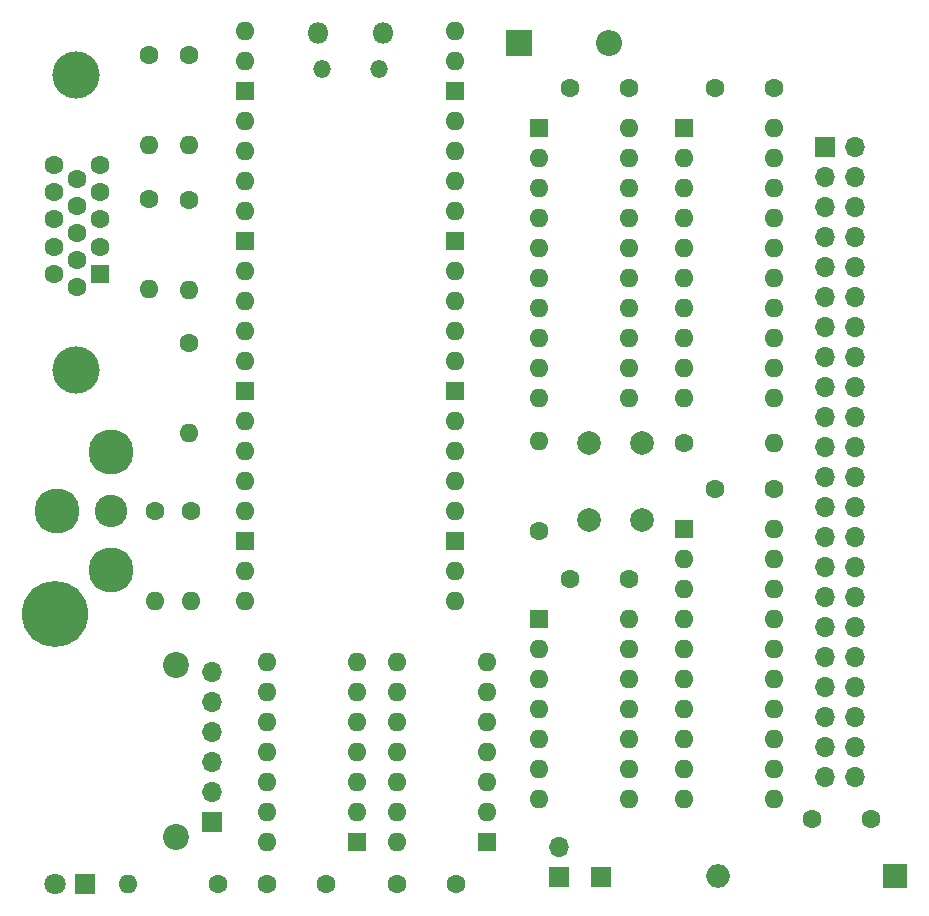
<source format=gbr>
%TF.GenerationSoftware,KiCad,Pcbnew,7.0.11*%
%TF.CreationDate,2025-07-10T10:55:19+02:00*%
%TF.ProjectId,kim-1-programmable-memory,6b696d2d-312d-4707-926f-6772616d6d61,rev?*%
%TF.SameCoordinates,Original*%
%TF.FileFunction,Soldermask,Bot*%
%TF.FilePolarity,Negative*%
%FSLAX46Y46*%
G04 Gerber Fmt 4.6, Leading zero omitted, Abs format (unit mm)*
G04 Created by KiCad (PCBNEW 7.0.11) date 2025-07-10 10:55:19*
%MOMM*%
%LPD*%
G01*
G04 APERTURE LIST*
%ADD10R,1.800000X1.800000*%
%ADD11C,1.800000*%
%ADD12C,1.600000*%
%ADD13O,1.600000X1.600000*%
%ADD14C,2.200000*%
%ADD15R,1.700000X1.700000*%
%ADD16O,1.700000X1.700000*%
%ADD17O,1.800000X1.800000*%
%ADD18O,1.500000X1.500000*%
%ADD19R,1.600000X1.600000*%
%ADD20C,2.754000*%
%ADD21C,3.820000*%
%ADD22C,5.600000*%
%ADD23C,2.000000*%
%ADD24C,4.000000*%
%ADD25R,2.200000X2.200000*%
%ADD26O,2.200000X2.200000*%
%ADD27R,2.000000X2.000000*%
%ADD28O,2.000000X2.000000*%
G04 APERTURE END LIST*
D10*
%TO.C,D1*%
X78050000Y-142250000D03*
D11*
X75510000Y-142250000D03*
%TD*%
D12*
%TO.C,R1*%
X89310000Y-142250000D03*
D13*
X81690000Y-142250000D03*
%TD*%
D14*
%TO.C,J4*%
X85775000Y-138340000D03*
X85775000Y-123740000D03*
D15*
X88775000Y-137040000D03*
D16*
X88775000Y-134500000D03*
X88775000Y-131960000D03*
X88775000Y-129420000D03*
X88775000Y-126880000D03*
X88775000Y-124340000D03*
%TD*%
D17*
%TO.C,U7*%
X97815000Y-70220000D03*
D18*
X98115000Y-73250000D03*
X102965000Y-73250000D03*
D17*
X103265000Y-70220000D03*
D13*
X91650000Y-70090000D03*
X91650000Y-72630000D03*
D19*
X91650000Y-75170000D03*
D13*
X91650000Y-77710000D03*
X91650000Y-80250000D03*
X91650000Y-82790000D03*
X91650000Y-85330000D03*
D19*
X91650000Y-87870000D03*
D13*
X91650000Y-90410000D03*
X91650000Y-92950000D03*
X91650000Y-95490000D03*
X91650000Y-98030000D03*
D19*
X91650000Y-100570000D03*
D13*
X91650000Y-103110000D03*
X91650000Y-105650000D03*
X91650000Y-108190000D03*
X91650000Y-110730000D03*
D19*
X91650000Y-113270000D03*
D13*
X91650000Y-115810000D03*
X91650000Y-118350000D03*
X109430000Y-118350000D03*
X109430000Y-115810000D03*
D19*
X109430000Y-113270000D03*
D13*
X109430000Y-110730000D03*
X109430000Y-108190000D03*
X109430000Y-105650000D03*
X109430000Y-103110000D03*
D19*
X109430000Y-100570000D03*
D13*
X109430000Y-98030000D03*
X109430000Y-95490000D03*
X109430000Y-92950000D03*
X109430000Y-90410000D03*
D19*
X109430000Y-87870000D03*
D13*
X109430000Y-85330000D03*
X109430000Y-82790000D03*
X109430000Y-80250000D03*
X109430000Y-77710000D03*
D19*
X109430000Y-75170000D03*
D13*
X109430000Y-72630000D03*
X109430000Y-70090000D03*
%TD*%
D12*
%TO.C,C3*%
X119130000Y-74910000D03*
X124130000Y-74910000D03*
%TD*%
D15*
%TO.C,J6*%
X121790000Y-141700000D03*
%TD*%
D20*
%TO.C,J5*%
X80230000Y-110730000D03*
D21*
X75730000Y-110730000D03*
X80230000Y-105730000D03*
X80230000Y-115730000D03*
%TD*%
D12*
%TO.C,R3*%
X116510000Y-112400000D03*
D13*
X116510000Y-104780000D03*
%TD*%
D19*
%TO.C,U5*%
X112090000Y-138760000D03*
D13*
X112090000Y-136220000D03*
X112090000Y-133680000D03*
X112090000Y-131140000D03*
X112090000Y-128600000D03*
X112090000Y-126060000D03*
X112090000Y-123520000D03*
X104470000Y-123520000D03*
X104470000Y-126060000D03*
X104470000Y-128600000D03*
X104470000Y-131140000D03*
X104470000Y-133680000D03*
X104470000Y-136220000D03*
X104470000Y-138760000D03*
%TD*%
D12*
%TO.C,C6*%
X98500000Y-142250000D03*
X93500000Y-142250000D03*
%TD*%
%TO.C,C5*%
X109470000Y-142250000D03*
X104470000Y-142250000D03*
%TD*%
D22*
%TO.C,REF\u002A\u002A*%
X75540000Y-119410000D03*
%TD*%
D12*
%TO.C,C4*%
X119130000Y-116440000D03*
X124130000Y-116440000D03*
%TD*%
D23*
%TO.C,SW1*%
X120710000Y-111480000D03*
X120710000Y-104980000D03*
X125210000Y-111480000D03*
X125210000Y-104980000D03*
%TD*%
D12*
%TO.C,R10*%
X83460000Y-72080000D03*
D13*
X83460000Y-79700000D03*
%TD*%
D19*
%TO.C,U2*%
X128800000Y-112220000D03*
D13*
X128800000Y-114760000D03*
X128800000Y-117300000D03*
X128800000Y-119840000D03*
X128800000Y-122380000D03*
X128800000Y-124920000D03*
X128800000Y-127460000D03*
X128800000Y-130000000D03*
X128800000Y-132540000D03*
X128800000Y-135080000D03*
X136420000Y-135080000D03*
X136420000Y-132540000D03*
X136420000Y-130000000D03*
X136420000Y-127460000D03*
X136420000Y-124920000D03*
X136420000Y-122380000D03*
X136420000Y-119840000D03*
X136420000Y-117300000D03*
X136420000Y-114760000D03*
X136420000Y-112220000D03*
%TD*%
D12*
%TO.C,C2*%
X131420000Y-108820000D03*
X136420000Y-108820000D03*
%TD*%
D24*
%TO.C,J3*%
X77310000Y-73790000D03*
X77310000Y-98790000D03*
D19*
X79360000Y-90605000D03*
D12*
X79360000Y-88315000D03*
X79360000Y-86025000D03*
X79360000Y-83735000D03*
X79360000Y-81445000D03*
X77380000Y-91750000D03*
X77380000Y-89460000D03*
X77380000Y-87170000D03*
X77380000Y-84880000D03*
X77380000Y-82590000D03*
X75400000Y-90605000D03*
X75400000Y-88315000D03*
X75400000Y-86025000D03*
X75400000Y-83735000D03*
X75400000Y-81445000D03*
%TD*%
D19*
%TO.C,U6*%
X101120000Y-138760000D03*
D13*
X101120000Y-136220000D03*
X101120000Y-133680000D03*
X101120000Y-131140000D03*
X101120000Y-128600000D03*
X101120000Y-126060000D03*
X101120000Y-123520000D03*
X93500000Y-123520000D03*
X93500000Y-126060000D03*
X93500000Y-128600000D03*
X93500000Y-131140000D03*
X93500000Y-133680000D03*
X93500000Y-136220000D03*
X93500000Y-138760000D03*
%TD*%
D12*
%TO.C,C7*%
X139600000Y-136800000D03*
X144600000Y-136800000D03*
%TD*%
D19*
%TO.C,U1*%
X128800000Y-78310000D03*
D13*
X128800000Y-80850000D03*
X128800000Y-83390000D03*
X128800000Y-85930000D03*
X128800000Y-88470000D03*
X128800000Y-91010000D03*
X128800000Y-93550000D03*
X128800000Y-96090000D03*
X128800000Y-98630000D03*
X128800000Y-101170000D03*
X136420000Y-101170000D03*
X136420000Y-98630000D03*
X136420000Y-96090000D03*
X136420000Y-93550000D03*
X136420000Y-91010000D03*
X136420000Y-88470000D03*
X136420000Y-85930000D03*
X136420000Y-83390000D03*
X136420000Y-80850000D03*
X136420000Y-78310000D03*
%TD*%
D19*
%TO.C,U3*%
X116510000Y-78310000D03*
D13*
X116510000Y-80850000D03*
X116510000Y-83390000D03*
X116510000Y-85930000D03*
X116510000Y-88470000D03*
X116510000Y-91010000D03*
X116510000Y-93550000D03*
X116510000Y-96090000D03*
X116510000Y-98630000D03*
X116510000Y-101170000D03*
X124130000Y-101170000D03*
X124130000Y-98630000D03*
X124130000Y-96090000D03*
X124130000Y-93550000D03*
X124130000Y-91010000D03*
X124130000Y-88470000D03*
X124130000Y-85930000D03*
X124130000Y-83390000D03*
X124130000Y-80850000D03*
X124130000Y-78310000D03*
%TD*%
D12*
%TO.C,C1*%
X131420000Y-74910000D03*
X136420000Y-74910000D03*
%TD*%
D15*
%TO.C,J2*%
X118190000Y-141700000D03*
D16*
X118190000Y-139160000D03*
%TD*%
D12*
%TO.C,R8*%
X86900000Y-72080000D03*
D13*
X86900000Y-79700000D03*
%TD*%
D25*
%TO.C,D2*%
X114800000Y-71090000D03*
D26*
X122420000Y-71090000D03*
%TD*%
D12*
%TO.C,R4*%
X84000000Y-110730000D03*
D13*
X84000000Y-118350000D03*
%TD*%
D12*
%TO.C,R7*%
X83460000Y-84330000D03*
D13*
X83460000Y-91950000D03*
%TD*%
D12*
%TO.C,R2*%
X128800000Y-104980000D03*
D13*
X136420000Y-104980000D03*
%TD*%
D15*
%TO.C,J1*%
X140690000Y-79910000D03*
D16*
X140690000Y-82450000D03*
X140690000Y-84990000D03*
X140690000Y-87530000D03*
X140690000Y-90070000D03*
X140690000Y-92610000D03*
X140690000Y-95150000D03*
X140690000Y-97690000D03*
X140690000Y-100230000D03*
X140690000Y-102770000D03*
X140690000Y-105310000D03*
X140690000Y-107850000D03*
X140690000Y-110390000D03*
X140690000Y-112930000D03*
X140690000Y-115470000D03*
X140690000Y-118010000D03*
X140690000Y-120550000D03*
X140690000Y-123090000D03*
X140690000Y-125630000D03*
X140690000Y-128170000D03*
X140690000Y-130710000D03*
X140690000Y-133250000D03*
X143230000Y-79910000D03*
X143230000Y-82450000D03*
X143230000Y-84990000D03*
X143230000Y-87530000D03*
X143230000Y-90070000D03*
X143230000Y-92610000D03*
X143230000Y-95150000D03*
X143230000Y-97690000D03*
X143230000Y-100230000D03*
X143230000Y-102770000D03*
X143230000Y-105310000D03*
X143230000Y-107850000D03*
X143230000Y-110390000D03*
X143230000Y-112930000D03*
X143230000Y-115470000D03*
X143230000Y-118010000D03*
X143230000Y-120550000D03*
X143230000Y-123090000D03*
X143230000Y-125630000D03*
X143230000Y-128170000D03*
X143230000Y-130710000D03*
X143230000Y-133250000D03*
%TD*%
D19*
%TO.C,U4*%
X116510000Y-119840000D03*
D13*
X116510000Y-122380000D03*
X116510000Y-124920000D03*
X116510000Y-127460000D03*
X116510000Y-130000000D03*
X116510000Y-132540000D03*
X116510000Y-135080000D03*
X124130000Y-135080000D03*
X124130000Y-132540000D03*
X124130000Y-130000000D03*
X124130000Y-127460000D03*
X124130000Y-124920000D03*
X124130000Y-122380000D03*
X124130000Y-119840000D03*
%TD*%
D27*
%TO.C,C8*%
X146640000Y-141640000D03*
D28*
X131640000Y-141640000D03*
%TD*%
D12*
%TO.C,R5*%
X87000000Y-110730000D03*
D13*
X87000000Y-118350000D03*
%TD*%
D12*
%TO.C,R6*%
X86900000Y-84350000D03*
D13*
X86900000Y-91970000D03*
%TD*%
D12*
%TO.C,R9*%
X86900000Y-96490000D03*
D13*
X86900000Y-104110000D03*
%TD*%
M02*

</source>
